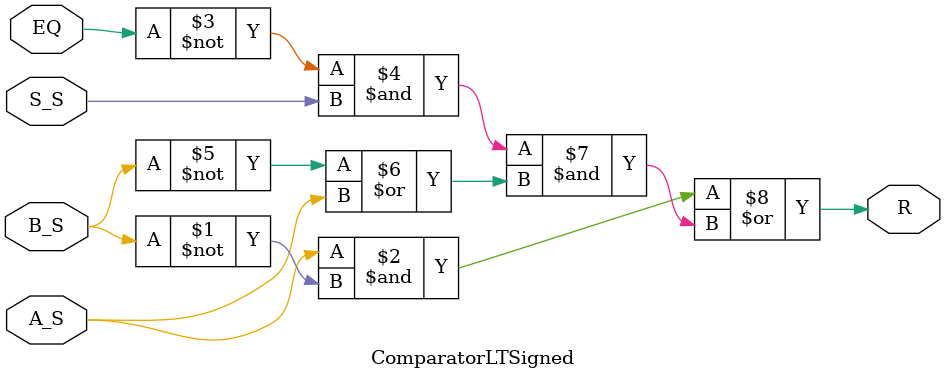
<source format=v>
/* 
Modulo para realização de comparação entre dois números
unsignesignedd A e B, devoldendo R = 1, caso A < B,
dados os bits de sinal de A e B e da subtração,
além do sinal de Igualdade
 */
module ComparatorLTSigned (
  input wire A_S, B_S, S_S, EQ, // entradas de sinal e igualdade
  output wire R // Saída
);

  assign R = (A_S & ~B_S) | (~EQ & S_S) & (~B_S | A_S); // Expressão lógica derivada de tabela verdade
  
endmodule
</source>
